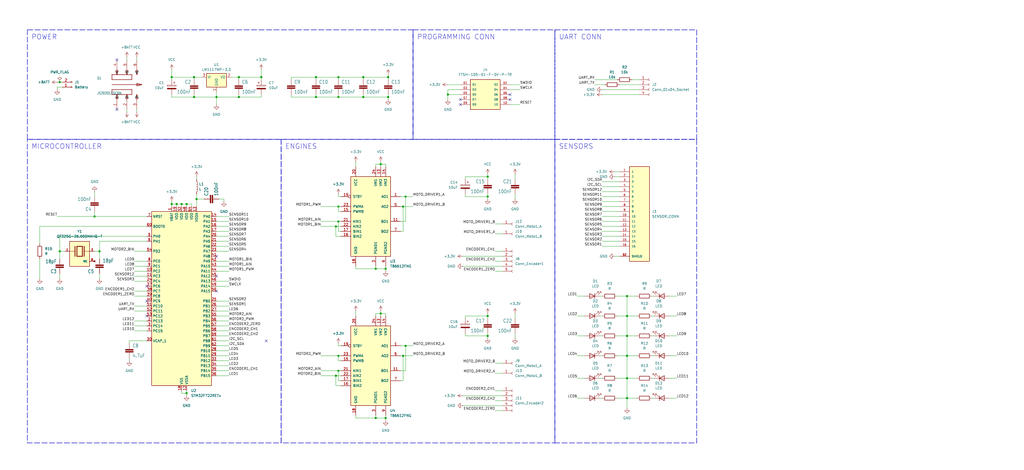
<source format=kicad_sch>
(kicad_sch (version 20231120) (generator "eeschema") (generator_version "8.0")
  (paper "User" 522.656 239.801)
  (junction (at 191.77 213.36))
  (junction (at 99.06 39.37))
  (junction (at 207.01 176.53))
  (junction (at 320.04 171.45))
  (junction (at 90.17 104.14))
  (junction (at 171.45 191.77))
  (junction (at 110.49 49.53))
  (junction (at 194.31 160.02))
  (junction (at 320.04 181.61))
  (junction (at 121.92 49.53))
  (junction (at 196.85 213.36))
  (junction (at 196.85 137.16))
  (junction (at 87.63 104.14))
  (junction (at 161.29 39.37))
  (junction (at 92.71 104.14))
  (junction (at 198.12 39.37))
  (junction (at 171.45 115.57))
  (junction (at 248.92 90.17))
  (junction (at 320.04 151.13))
  (junction (at 172.72 189.23))
  (junction (at 248.92 100.33))
  (junction (at 205.74 181.61))
  (junction (at 172.72 181.61))
  (junction (at 30.48 128.27))
  (junction (at 191.77 137.16))
  (junction (at 248.92 161.29))
  (junction (at 99.06 49.53))
  (junction (at 185.42 49.53))
  (junction (at 228.6 48.26))
  (junction (at 207.01 100.33))
  (junction (at 320.04 203.2))
  (junction (at 185.42 39.37))
  (junction (at 172.72 49.53))
  (junction (at 161.29 49.53))
  (junction (at 100.33 101.6))
  (junction (at 30.48 41.91))
  (junction (at 48.26 110.49))
  (junction (at 50.8 128.27))
  (junction (at 320.04 161.29))
  (junction (at 172.72 105.41))
  (junction (at 205.74 105.41))
  (junction (at 121.92 39.37))
  (junction (at 172.72 39.37))
  (junction (at 133.35 39.37))
  (junction (at 87.63 39.37))
  (junction (at 172.72 113.03))
  (junction (at 198.12 49.53))
  (junction (at 95.25 200.66))
  (junction (at 320.04 193.04))
  (junction (at 194.31 83.82))
  (junction (at 95.25 104.14))
  (junction (at 248.92 171.45))
  (no_connect (at 74.93 153.67))
  (no_connect (at 135.89 173.99))
  (no_connect (at 74.93 146.05))
  (no_connect (at 59.69 55.88))
  (no_connect (at 74.93 161.29))
  (no_connect (at 234.95 53.34))
  (no_connect (at 59.69 30.48))
  (no_connect (at 110.49 140.97))
  (no_connect (at 234.95 50.8))
  (no_connect (at 110.49 130.81))
  (no_connect (at 260.35 48.26))
  (no_connect (at 110.49 148.59))
  (no_connect (at 260.35 50.8))
  (wire (pts (xy 237.49 161.29) (xy 248.92 161.29)))
  (wire (pts (xy 341.63 171.45) (xy 345.44 171.45)))
  (wire (pts (xy 320.04 151.13) (xy 314.96 151.13)))
  (wire (pts (xy 133.35 48.26) (xy 133.35 49.53)))
  (wire (pts (xy 29.21 44.45) (xy 31.75 44.45)))
  (wire (pts (xy 306.07 181.61) (xy 307.34 181.61)))
  (wire (pts (xy 173.99 189.23) (xy 172.72 189.23)))
  (wire (pts (xy 320.04 171.45) (xy 314.96 171.45)))
  (wire (pts (xy 121.92 49.53) (xy 133.35 49.53)))
  (wire (pts (xy 87.63 105.41) (xy 87.63 104.14)))
  (wire (pts (xy 68.58 158.75) (xy 74.93 158.75)))
  (wire (pts (xy 68.58 143.51) (xy 74.93 143.51)))
  (wire (pts (xy 173.99 105.41) (xy 172.72 105.41)))
  (wire (pts (xy 161.29 40.64) (xy 161.29 39.37)))
  (wire (pts (xy 148.59 49.53) (xy 161.29 49.53)))
  (wire (pts (xy 110.49 128.27) (xy 116.84 128.27)))
  (wire (pts (xy 110.49 189.23) (xy 116.84 189.23)))
  (wire (pts (xy 252.73 190.5) (xy 256.54 190.5)))
  (wire (pts (xy 341.63 193.04) (xy 345.44 193.04)))
  (wire (pts (xy 64.77 55.88) (xy 64.77 57.15)))
  (wire (pts (xy 92.71 199.39) (xy 92.71 200.66)))
  (wire (pts (xy 252.73 199.39) (xy 256.54 199.39)))
  (wire (pts (xy 237.49 99.06) (xy 237.49 100.33)))
  (wire (pts (xy 294.64 203.2) (xy 298.45 203.2)))
  (wire (pts (xy 307.34 120.65) (xy 316.23 120.65)))
  (wire (pts (xy 198.12 49.53) (xy 198.12 50.8)))
  (wire (pts (xy 30.48 120.65) (xy 30.48 128.27)))
  (wire (pts (xy 172.72 107.95) (xy 173.99 107.95)))
  (wire (pts (xy 198.12 38.1) (xy 198.12 39.37)))
  (wire (pts (xy 252.73 114.3) (xy 256.54 114.3)))
  (wire (pts (xy 161.29 48.26) (xy 161.29 49.53)))
  (wire (pts (xy 316.23 43.18) (xy 326.39 43.18)))
  (wire (pts (xy 252.73 128.27) (xy 256.54 128.27)))
  (wire (pts (xy 228.6 45.72) (xy 228.6 48.26)))
  (wire (pts (xy 307.34 45.72) (xy 326.39 45.72)))
  (wire (pts (xy 334.01 203.2) (xy 332.74 203.2)))
  (wire (pts (xy 110.49 110.49) (xy 116.84 110.49)))
  (wire (pts (xy 237.49 90.17) (xy 248.92 90.17)))
  (wire (pts (xy 74.93 173.99) (xy 66.04 173.99)))
  (wire (pts (xy 95.25 200.66) (xy 95.25 201.93)))
  (wire (pts (xy 110.49 49.53) (xy 110.49 53.34)))
  (wire (pts (xy 248.92 160.02) (xy 248.92 161.29)))
  (wire (pts (xy 110.49 49.53) (xy 121.92 49.53)))
  (wire (pts (xy 196.85 83.82) (xy 196.85 85.09)))
  (wire (pts (xy 87.63 104.14) (xy 90.17 104.14)))
  (wire (pts (xy 320.04 193.04) (xy 325.12 193.04)))
  (wire (pts (xy 325.12 203.2) (xy 320.04 203.2)))
  (wire (pts (xy 110.49 146.05) (xy 116.84 146.05)))
  (wire (pts (xy 320.04 171.45) (xy 325.12 171.45)))
  (wire (pts (xy 29.21 41.91) (xy 30.48 41.91)))
  (wire (pts (xy 194.31 160.02) (xy 194.31 161.29)))
  (wire (pts (xy 306.07 161.29) (xy 307.34 161.29)))
  (wire (pts (xy 163.83 115.57) (xy 171.45 115.57)))
  (wire (pts (xy 262.89 160.02) (xy 262.89 162.56)))
  (wire (pts (xy 87.63 49.53) (xy 99.06 49.53)))
  (wire (pts (xy 74.93 115.57) (xy 20.32 115.57)))
  (wire (pts (xy 298.45 171.45) (xy 294.64 171.45)))
  (wire (pts (xy 320.04 151.13) (xy 325.12 151.13)))
  (wire (pts (xy 181.61 137.16) (xy 191.77 137.16)))
  (wire (pts (xy 50.8 128.27) (xy 50.8 132.08)))
  (wire (pts (xy 121.92 39.37) (xy 118.11 39.37)))
  (wire (pts (xy 237.49 171.45) (xy 248.92 171.45)))
  (wire (pts (xy 148.59 39.37) (xy 161.29 39.37)))
  (wire (pts (xy 163.83 105.41) (xy 172.72 105.41)))
  (wire (pts (xy 320.04 203.2) (xy 320.04 193.04)))
  (wire (pts (xy 334.01 181.61) (xy 332.74 181.61)))
  (wire (pts (xy 236.22 207.01) (xy 256.54 207.01)))
  (wire (pts (xy 341.63 151.13) (xy 345.44 151.13)))
  (wire (pts (xy 110.49 138.43) (xy 116.84 138.43)))
  (wire (pts (xy 95.25 104.14) (xy 95.25 105.41)))
  (wire (pts (xy 97.79 104.14) (xy 97.79 105.41)))
  (wire (pts (xy 172.72 194.31) (xy 173.99 194.31)))
  (wire (pts (xy 68.58 168.91) (xy 74.93 168.91)))
  (wire (pts (xy 306.07 193.04) (xy 307.34 193.04)))
  (wire (pts (xy 171.45 196.85) (xy 173.99 196.85)))
  (wire (pts (xy 307.34 92.71) (xy 316.23 92.71)))
  (wire (pts (xy 194.31 158.75) (xy 194.31 160.02)))
  (wire (pts (xy 260.35 53.34) (xy 265.43 53.34)))
  (wire (pts (xy 320.04 193.04) (xy 314.96 193.04)))
  (wire (pts (xy 110.49 123.19) (xy 116.84 123.19)))
  (wire (pts (xy 68.58 148.59) (xy 74.93 148.59)))
  (wire (pts (xy 173.99 191.77) (xy 171.45 191.77)))
  (wire (pts (xy 110.49 120.65) (xy 116.84 120.65)))
  (wire (pts (xy 29.21 45.72) (xy 29.21 44.45)))
  (wire (pts (xy 307.34 95.25) (xy 316.23 95.25)))
  (wire (pts (xy 322.58 40.64) (xy 326.39 40.64)))
  (wire (pts (xy 248.92 100.33) (xy 248.92 101.6)))
  (wire (pts (xy 68.58 128.27) (xy 74.93 128.27)))
  (wire (pts (xy 69.85 29.21) (xy 69.85 30.48)))
  (wire (pts (xy 196.85 160.02) (xy 196.85 161.29)))
  (wire (pts (xy 248.92 90.17) (xy 248.92 91.44)))
  (wire (pts (xy 110.49 181.61) (xy 116.84 181.61)))
  (wire (pts (xy 20.32 115.57) (xy 20.32 124.46)))
  (wire (pts (xy 87.63 39.37) (xy 99.06 39.37)))
  (wire (pts (xy 114.3 102.87) (xy 114.3 101.6)))
  (wire (pts (xy 110.49 186.69) (xy 116.84 186.69)))
  (wire (pts (xy 320.04 161.29) (xy 320.04 151.13)))
  (wire (pts (xy 341.63 181.61) (xy 345.44 181.61)))
  (wire (pts (xy 248.92 88.9) (xy 248.92 90.17)))
  (wire (pts (xy 99.06 48.26) (xy 99.06 49.53)))
  (wire (pts (xy 92.71 104.14) (xy 92.71 105.41)))
  (wire (pts (xy 198.12 48.26) (xy 198.12 49.53)))
  (wire (pts (xy 307.34 105.41) (xy 316.23 105.41)))
  (wire (pts (xy 345.44 203.2) (xy 341.63 203.2)))
  (wire (pts (xy 207.01 176.53) (xy 207.01 189.23)))
  (wire (pts (xy 99.06 39.37) (xy 99.06 40.64)))
  (wire (pts (xy 320.04 181.61) (xy 325.12 181.61)))
  (wire (pts (xy 320.04 181.61) (xy 320.04 171.45)))
  (wire (pts (xy 110.49 168.91) (xy 116.84 168.91)))
  (wire (pts (xy 171.45 120.65) (xy 173.99 120.65)))
  (wire (pts (xy 163.83 113.03) (xy 172.72 113.03)))
  (wire (pts (xy 114.3 101.6) (xy 111.76 101.6)))
  (wire (pts (xy 307.34 107.95) (xy 316.23 107.95)))
  (wire (pts (xy 185.42 49.53) (xy 198.12 49.53)))
  (wire (pts (xy 196.85 213.36) (xy 196.85 212.09)))
  (wire (pts (xy 172.72 118.11) (xy 173.99 118.11)))
  (wire (pts (xy 207.01 100.33) (xy 207.01 113.03)))
  (wire (pts (xy 133.35 39.37) (xy 133.35 40.64)))
  (wire (pts (xy 87.63 48.26) (xy 87.63 49.53)))
  (wire (pts (xy 205.74 105.41) (xy 205.74 118.11)))
  (wire (pts (xy 320.04 181.61) (xy 314.96 181.61)))
  (wire (pts (xy 121.92 48.26) (xy 121.92 49.53)))
  (wire (pts (xy 334.01 161.29) (xy 332.74 161.29)))
  (wire (pts (xy 262.89 88.9) (xy 262.89 91.44)))
  (wire (pts (xy 173.99 115.57) (xy 171.45 115.57)))
  (wire (pts (xy 110.49 184.15) (xy 116.84 184.15)))
  (wire (pts (xy 237.49 90.17) (xy 237.49 91.44)))
  (wire (pts (xy 307.34 118.11) (xy 316.23 118.11)))
  (wire (pts (xy 207.01 176.53) (xy 210.82 176.53)))
  (wire (pts (xy 334.01 171.45) (xy 332.74 171.45)))
  (wire (pts (xy 148.59 40.64) (xy 148.59 39.37)))
  (wire (pts (xy 194.31 160.02) (xy 196.85 160.02)))
  (wire (pts (xy 99.06 49.53) (xy 110.49 49.53)))
  (wire (pts (xy 171.45 115.57) (xy 171.45 120.65)))
  (wire (pts (xy 252.73 133.35) (xy 256.54 133.35)))
  (wire (pts (xy 205.74 194.31) (xy 204.47 194.31)))
  (wire (pts (xy 110.49 133.35) (xy 116.84 133.35)))
  (wire (pts (xy 260.35 45.72) (xy 265.43 45.72)))
  (wire (pts (xy 30.48 120.65) (xy 74.93 120.65)))
  (wire (pts (xy 87.63 35.56) (xy 87.63 39.37)))
  (wire (pts (xy 320.04 193.04) (xy 320.04 181.61)))
  (wire (pts (xy 30.48 128.27) (xy 33.02 128.27)))
  (wire (pts (xy 191.77 85.09) (xy 191.77 83.82)))
  (wire (pts (xy 307.34 100.33) (xy 316.23 100.33)))
  (wire (pts (xy 172.72 105.41) (xy 172.72 107.95)))
  (wire (pts (xy 248.92 161.29) (xy 248.92 162.56)))
  (wire (pts (xy 48.26 128.27) (xy 50.8 128.27)))
  (wire (pts (xy 68.58 138.43) (xy 74.93 138.43)))
  (wire (pts (xy 163.83 191.77) (xy 171.45 191.77)))
  (wire (pts (xy 205.74 181.61) (xy 210.82 181.61)))
  (wire (pts (xy 100.33 90.17) (xy 100.33 91.44)))
  (wire (pts (xy 334.01 193.04) (xy 332.74 193.04)))
  (wire (pts (xy 172.72 176.53) (xy 173.99 176.53)))
  (wire (pts (xy 69.85 55.88) (xy 69.85 57.15)))
  (wire (pts (xy 196.85 137.16) (xy 196.85 135.89)))
  (wire (pts (xy 303.53 43.18) (xy 308.61 43.18)))
  (wire (pts (xy 205.74 105.41) (xy 210.82 105.41)))
  (wire (pts (xy 196.85 214.63) (xy 196.85 213.36)))
  (wire (pts (xy 236.22 135.89) (xy 256.54 135.89)))
  (wire (pts (xy 172.72 48.26) (xy 172.72 49.53)))
  (wire (pts (xy 66.04 173.99) (xy 66.04 175.26)))
  (wire (pts (xy 320.04 171.45) (xy 320.04 161.29)))
  (wire (pts (xy 50.8 139.7) (xy 50.8 142.24)))
  (wire (pts (xy 68.58 156.21) (xy 74.93 156.21)))
  (wire (pts (xy 30.48 128.27) (xy 30.48 132.08)))
  (wire (pts (xy 237.49 170.18) (xy 237.49 171.45)))
  (wire (pts (xy 110.49 125.73) (xy 116.84 125.73)))
  (wire (pts (xy 204.47 100.33) (xy 207.01 100.33)))
  (wire (pts (xy 252.73 138.43) (xy 256.54 138.43)))
  (wire (pts (xy 234.95 45.72) (xy 228.6 45.72)))
  (wire (pts (xy 68.58 133.35) (xy 74.93 133.35)))
  (wire (pts (xy 90.17 104.14) (xy 92.71 104.14)))
  (wire (pts (xy 228.6 43.18) (xy 234.95 43.18)))
  (wire (pts (xy 161.29 39.37) (xy 172.72 39.37)))
  (wire (pts (xy 30.48 41.91) (xy 31.75 41.91)))
  (wire (pts (xy 181.61 212.09) (xy 181.61 213.36)))
  (wire (pts (xy 320.04 161.29) (xy 325.12 161.29)))
  (wire (pts (xy 74.93 123.19) (xy 50.8 123.19)))
  (wire (pts (xy 110.49 166.37) (xy 116.84 166.37)))
  (wire (pts (xy 110.49 161.29) (xy 116.84 161.29)))
  (wire (pts (xy 92.71 200.66) (xy 95.25 200.66)))
  (wire (pts (xy 110.49 135.89) (xy 116.84 135.89)))
  (wire (pts (xy 316.23 130.81) (xy 313.69 130.81)))
  (wire (pts (xy 172.72 40.64) (xy 172.72 39.37)))
  (wire (pts (xy 163.83 189.23) (xy 172.72 189.23)))
  (wire (pts (xy 87.63 102.87) (xy 87.63 104.14)))
  (wire (pts (xy 262.89 99.06) (xy 262.89 101.6)))
  (wire (pts (xy 100.33 99.06) (xy 100.33 101.6)))
  (wire (pts (xy 248.92 170.18) (xy 248.92 171.45)))
  (wire (pts (xy 171.45 191.77) (xy 171.45 196.85)))
  (wire (pts (xy 172.72 49.53) (xy 185.42 49.53)))
  (wire (pts (xy 194.31 82.55) (xy 194.31 83.82)))
  (wire (pts (xy 95.25 200.66) (xy 95.25 199.39)))
  (wire (pts (xy 121.92 39.37) (xy 133.35 39.37)))
  (wire (pts (xy 87.63 39.37) (xy 87.63 40.64)))
  (wire (pts (xy 298.45 181.61) (xy 294.64 181.61)))
  (wire (pts (xy 191.77 160.02) (xy 194.31 160.02)))
  (wire (pts (xy 90.17 104.14) (xy 90.17 105.41)))
  (wire (pts (xy 100.33 101.6) (xy 104.14 101.6)))
  (wire (pts (xy 191.77 137.16) (xy 191.77 135.89)))
  (wire (pts (xy 181.61 213.36) (xy 191.77 213.36)))
  (wire (pts (xy 64.77 29.21) (xy 64.77 30.48)))
  (wire (pts (xy 237.49 161.29) (xy 237.49 162.56)))
  (wire (pts (xy 110.49 176.53) (xy 116.84 176.53)))
  (wire (pts (xy 204.47 176.53) (xy 207.01 176.53)))
  (wire (pts (xy 100.33 101.6) (xy 100.33 105.41)))
  (wire (pts (xy 172.72 113.03) (xy 172.72 118.11)))
  (wire (pts (xy 68.58 166.37) (xy 74.93 166.37)))
  (wire (pts (xy 172.72 184.15) (xy 173.99 184.15)))
  (wire (pts (xy 68.58 135.89) (xy 74.93 135.89)))
  (wire (pts (xy 307.34 125.73) (xy 316.23 125.73)))
  (wire (pts (xy 99.06 39.37) (xy 102.87 39.37)))
  (wire (pts (xy 172.72 39.37) (xy 185.42 39.37)))
  (wire (pts (xy 307.34 115.57) (xy 316.23 115.57)))
  (wire (pts (xy 320.04 203.2) (xy 320.04 208.28)))
  (wire (pts (xy 92.71 104.14) (xy 95.25 104.14)))
  (wire (pts (xy 110.49 179.07) (xy 116.84 179.07)))
  (wire (pts (xy 68.58 151.13) (xy 74.93 151.13)))
  (wire (pts (xy 313.69 87.63) (xy 316.23 87.63)))
  (wire (pts (xy 110.49 46.99) (xy 110.49 49.53)))
  (wire (pts (xy 50.8 123.19) (xy 50.8 128.27)))
  (wire (pts (xy 172.72 189.23) (xy 172.72 194.31)))
  (wire (pts (xy 237.49 100.33) (xy 248.92 100.33)))
  (wire (pts (xy 205.74 181.61) (xy 205.74 194.31)))
  (wire (pts (xy 48.26 110.49) (xy 48.26 107.95)))
  (wire (pts (xy 298.45 161.29) (xy 294.64 161.29)))
  (wire (pts (xy 148.59 48.26) (xy 148.59 49.53)))
  (wire (pts (xy 185.42 48.26) (xy 185.42 49.53)))
  (wire (pts (xy 191.77 213.36) (xy 196.85 213.36)))
  (wire (pts (xy 194.31 83.82) (xy 194.31 85.09)))
  (wire (pts (xy 307.34 113.03) (xy 316.23 113.03)))
  (wire (pts (xy 68.58 140.97) (xy 74.93 140.97)))
  (wire (pts (xy 185.42 39.37) (xy 185.42 40.64)))
  (wire (pts (xy 181.61 82.55) (xy 181.61 85.09)))
  (wire (pts (xy 307.34 48.26) (xy 326.39 48.26)))
  (wire (pts (xy 74.93 110.49) (xy 48.26 110.49)))
  (wire (pts (xy 172.72 100.33) (xy 173.99 100.33)))
  (wire (pts (xy 236.22 201.93) (xy 256.54 201.93)))
  (wire (pts (xy 68.58 163.83) (xy 74.93 163.83)))
  (wire (pts (xy 307.34 110.49) (xy 316.23 110.49)))
  (wire (pts (xy 172.72 175.26) (xy 172.72 176.53)))
  (wire (pts (xy 173.99 181.61) (xy 172.72 181.61)))
  (wire (pts (xy 185.42 39.37) (xy 198.12 39.37)))
  (wire (pts (xy 191.77 161.29) (xy 191.77 160.02)))
  (wire (pts (xy 110.49 113.03) (xy 116.84 113.03)))
  (wire (pts (xy 110.49 158.75) (xy 116.84 158.75)))
  (wire (pts (xy 236.22 130.81) (xy 256.54 130.81)))
  (wire (pts (xy 204.47 105.41) (xy 205.74 105.41)))
  (wire (pts (xy 191.77 213.36) (xy 191.77 212.09)))
  (wire (pts (xy 228.6 48.26) (xy 234.95 48.26)))
  (wire (pts (xy 191.77 83.82) (xy 194.31 83.82)))
  (wire (pts (xy 298.45 151.13) (xy 294.64 151.13)))
  (wire (pts (xy 110.49 115.57) (xy 116.84 115.57)))
  (wire (pts (xy 262.89 170.18) (xy 262.89 172.72)))
  (wire (pts (xy 207.01 113.03) (xy 204.47 113.03)))
  (wire (pts (xy 248.92 99.06) (xy 248.92 100.33)))
  (wire (pts (xy 248.92 171.45) (xy 248.92 172.72)))
  (wire (pts (xy 313.69 90.17) (xy 316.23 90.17)))
  (wire (pts (xy 252.73 119.38) (xy 256.54 119.38)))
  (wire (pts (xy 66.04 182.88) (xy 66.04 184.15)))
  (wire (pts (xy 181.61 158.75) (xy 181.61 161.29)))
  (wire (pts (xy 316.23 102.87) (xy 307.34 102.87)))
  (wire (pts (xy 307.34 123.19) (xy 316.23 123.19)))
  (wire (pts (xy 20.32 132.08) (xy 20.32 142.24)))
  (wire (pts (xy 207.01 189.23) (xy 204.47 189.23)))
  (wire (pts (xy 173.99 113.03) (xy 172.72 113.03)))
  (wire (pts (xy 110.49 171.45) (xy 116.84 171.45)))
  (wire (pts (xy 341.63 161.29) (xy 345.44 161.29)))
  (wire (pts (xy 307.34 97.79) (xy 316.23 97.79)))
  (wire (pts (xy 306.07 171.45) (xy 307.34 171.45)))
  (wire (pts (xy 252.73 185.42) (xy 256.54 185.42)))
  (wire (pts (xy 30.48 139.7) (xy 30.48 142.24)))
  (wire (pts (xy 172.72 99.06) (xy 172.72 100.33)))
  (wire (pts (xy 110.49 156.21) (xy 116.84 156.21)))
  (wire (pts (xy 205.74 118.11) (xy 204.47 118.11)))
  (wire (pts (xy 181.61 135.89) (xy 181.61 137.16)))
  (wire (pts (xy 320.04 161.29) (xy 314.96 161.29)))
  (wire (pts (xy 161.29 49.53) (xy 172.72 49.53)))
  (wire (pts (xy 48.26 97.79) (xy 48.26 100.33)))
  (wire (pts (xy 314.96 203.2) (xy 320.04 203.2)))
  (wire (pts (xy 198.12 39.37) (xy 198.12 40.64)))
  (wire (pts (xy 252.73 204.47) (xy 256.54 204.47)))
  (wire (pts (xy 306.07 203.2) (xy 307.34 203.2)))
  (wire (pts (xy 95.25 104.14) (xy 97.79 104.14)))
  (wire (pts (xy 110.49 163.83) (xy 116.84 163.83)))
  (wire (pts (xy 303.53 40.64) (xy 314.96 40.64)))
  (wire (pts (xy 260.35 43.18) (xy 265.43 43.18)))
  (wire (pts (xy 204.47 181.61) (xy 205.74 181.61)))
  (wire (pts (xy 196.85 137.16) (xy 196.85 138.43)))
  (wire (pts (xy 172.72 181.61) (xy 172.72 184.15)))
  (wire (pts (xy 194.31 83.82) (xy 196.85 83.82)))
  (wire (pts (xy 334.01 151.13) (xy 332.74 151.13)))
  (wire (pts (xy 121.92 39.37) (xy 121.92 40.64)))
  (wire (pts (xy 228.6 48.26) (xy 228.6 50.8)))
  (wire (pts (xy 133.35 35.56) (xy 133.35 39.37)))
  (wire (pts (xy 306.07 151.13) (xy 307.34 151.13)))
  (wire (pts (xy 163.83 181.61) (xy 172.72 181.61)))
  (wire (pts (xy 110.49 173.99) (xy 116.84 173.99)))
  (wire (pts (xy 110.49 143.51) (xy 116.84 143.51)))
  (wire (pts (xy 252.73 209.55) (xy 256.54 209.55)))
  (wire (pts (xy 110.49 191.77) (xy 116.84 191.77)))
  (wire (pts (xy 298.45 193.04) (xy 294.64 193.04)))
  (wire (pts (xy 29.21 110.49) (xy 48.26 110.49)))
  (wire (pts (xy 207.01 100.33) (xy 210.82 100.33)))
  (wire (pts (xy 110.49 118.11) (xy 116.84 118.11)))
  (wire (pts (xy 191.77 137.16) (xy 196.85 137.16)))
  (wire (pts (xy 110.49 153.67) (xy 116.84 153.67)))
  (text_box "UART CONN" (at 283.21 15.24 0) (size 72.39 55.88) (stroke (width 0.254) (type dash)) (effects (font (size 2.54 2.54)) (justify left top)))
  (text_box "ENGINES" (at 143.51 71.12 0) (size 139.7 154.94) (stroke (width 0.254) (type dash)) (effects (font (size 2.54 2.54)) (justify left top)))
  (text_box "PROGRAMMING CONN" (at 210.82 15.24 0) (size 72.39 55.88) (stroke (width 0.254) (type dash)) (effects (font (size 2.54 2.54)) (justify left top)))
  (text_box "POWER" (at 13.97 15.24 0) (size 196.85 55.88) (stroke (width 0.254) (type dash)) (effects (font (size 2.54 2.54)) (justify left top)))
  (text_box "SENSORS" (at 283.21 71.12 0) (size 72.39 154.94) (stroke (width 0.254) (type dash)) (effects (font (size 2.54 2.54)) (justify left top)))
  (text_box "MICROCONTROLLER" (at 13.97 71.12 0) (size 129.54 154.94) (stroke (width 0.254) (type dash)) (effects (font (size 2.54 2.54)) (justify left top)))
  (label "SENSOR6" (at 307.34 113.03 180))
  (label "MOTO_DRIVER2_A" (at 252.73 190.5 180))
  (label "ENCODER2_CH2" (at 252.73 204.47 180))
  (label "SENSOR1" (at 307.34 125.73 180))
  (label "MOTOR1_PWM" (at 116.84 138.43 0))
  (label "LED5" (at 116.84 179.07 0))
  (label "LED4" (at 294.64 181.61 180))
  (label "ENCODER2_CH1" (at 116.84 168.91 0))
  (label "I2C_SDA" (at 116.84 176.53 0))
  (label "SENSOR8" (at 116.84 118.11 0))
  (label "ENCODER1_CH2" (at 252.73 133.35 180))
  (label "SENSOR8" (at 307.34 107.95 180))
  (label "MOTO_DRIVER2_B" (at 210.82 181.61 0))
  (label "UART_TX" (at 68.58 156.21 180))
  (label "SENSOR2" (at 116.84 153.67 0))
  (label "ENCODER1_CH2" (at 68.58 148.59 180))
  (label "MOTO_DRIVER2_B" (at 252.73 185.42 180))
  (label "LED2" (at 116.84 186.69 0))
  (label "ENCODER2_CH2" (at 116.84 171.45 0))
  (label "MOTOR1_BIN" (at 116.84 133.35 0))
  (label "SENSOR3" (at 68.58 143.51 180))
  (label "MOTOR1_AIN" (at 116.84 135.89 0))
  (label "MOTOR2_AIN" (at 116.84 161.29 0))
  (label "LED8" (at 68.58 135.89 180))
  (label "ENCODER2_ZERO" (at 252.73 209.55 180))
  (label "MOTOR1_BIN" (at 163.83 115.57 180))
  (label "SENSOR11" (at 116.84 110.49 0))
  (label "SENSOR9" (at 307.34 105.41 180))
  (label "SENSOR9" (at 116.84 115.57 0))
  (label "SENSOR3" (at 307.34 120.65 180))
  (label "SWDIO" (at 116.84 143.51 0))
  (label "LED6" (at 116.84 158.75 0))
  (label "ENCODER2_CH1" (at 252.73 199.39 180))
  (label "ENCODER1_CH1" (at 252.73 128.27 180))
  (label "SENSOR6" (at 116.84 123.19 0))
  (label "MOTO_DRIVER1_B" (at 252.73 114.3 180))
  (label "LED7" (at 68.58 138.43 180))
  (label "LED1" (at 294.64 151.13 180))
  (label "ENCODER1_ZERO" (at 252.73 138.43 180))
  (label "MOTO_DRIVER1_A" (at 252.73 119.38 180))
  (label "SENSOR11" (at 307.34 100.33 180))
  (label "I2C_SCL" (at 116.84 173.99 0))
  (label "MOTOR2_PWM" (at 116.84 163.83 0))
  (label "LED2" (at 294.64 161.29 180))
  (label "LED4" (at 116.84 181.61 0))
  (label "SENSOR12" (at 68.58 140.97 180))
  (label "ENCODER1_ZERO" (at 68.58 151.13 180))
  (label "MOTOR2_PWM" (at 163.83 181.61 180))
  (label "SWCLK" (at 116.84 146.05 0))
  (label "MOTOR2_BIN" (at 68.58 128.27 180))
  (label "SWDIO" (at 265.43 43.18 0))
  (label "LED11" (at 68.58 166.37 180))
  (label "MOTOR1_AIN" (at 163.83 113.03 180))
  (label "LED8" (at 345.44 161.29 0))
  (label "LED3" (at 116.84 184.15 0))
  (label "SENSOR10" (at 116.84 113.03 0))
  (label "MOTO_DRIVER1_B" (at 210.82 105.41 0))
  (label "SENSOR7" (at 307.34 110.49 180))
  (label "SENSOR4" (at 307.34 118.11 180))
  (label "SWCLK" (at 265.43 45.72 0))
  (label "SENSOR2" (at 307.34 123.19 180))
  (label "UART_RX" (at 303.53 40.64 180))
  (label "SENSOR7" (at 116.84 120.65 0))
  (label "MOTOR2_AIN" (at 163.83 189.23 180))
  (label "SENSOR12" (at 307.34 97.79 180))
  (label "I2C_SDA" (at 307.34 92.71 180))
  (label "LED3" (at 294.64 171.45 180))
  (label "ENCODER2_ZERO" (at 116.84 166.37 0))
  (label "MOTOR2_BIN" (at 163.83 191.77 180))
  (label "LED7" (at 345.44 151.13 0))
  (label "UART_TX" (at 303.53 43.18 180))
  (label "LED6" (at 294.64 203.2 180))
  (label "MOTO_DRIVER1_A" (at 210.82 100.33 0))
  (label "RESET" (at 265.43 53.34 0))
  (label "LED12" (at 345.44 203.2 0))
  (label "SENSOR1" (at 116.84 156.21 0))
  (label "LED1" (at 116.84 191.77 0))
  (label "LED12" (at 68.58 163.83 180))
  (label "LED9" (at 345.44 171.45 0))
  (label "UART_RX" (at 68.58 158.75 180))
  (label "SENSOR10" (at 307.34 102.87 180))
  (label "MOTOR1_PWM" (at 163.83 105.41 180))
  (label "I2C_SCL" (at 307.34 95.25 180))
  (label "LED10" (at 68.58 168.91 180))
  (label "SENSOR5" (at 307.34 115.57 180))
  (label "MOTO_DRIVER2_A" (at 210.82 176.53 0))
  (label "ENCODER1_CH1" (at 116.84 189.23 0))
  (label "LED10" (at 345.44 181.61 0))
  (label "LED5" (at 294.64 193.04 180))
  (label "LED9" (at 68.58 133.35 180))
  (label "RESET" (at 29.21 110.49 180))
  (label "SENSOR5" (at 116.84 125.73 0))
  (label "SENSOR4" (at 116.84 128.27 0))
  (label "LED11" (at 345.44 193.04 0))
  (symbol (lib_id "power:+BATT") (at 64.77 57.15 180) (unit 1)
    (property "Reference" "#PWR010" (effects (hide yes)))
    (property "Value" "+BATT" (at 64.77 62.23 0))
    (property "Description" "Power symbol creates a global label with name \"+BATT\"" (effects (hide yes)))
  )
  (symbol (lib_id "power:+3.3V") (at 198.12 38.1 0) (unit 1)
    (property "Reference" "#PWR026" (effects (hide yes)))
    (property "Value" "+3.3V" (at 198.12 33.02 0))
    (property "Description" "Power symbol creates a global label with name \"+3.3V\"" (effects (hide yes)))
  )
  (symbol (lib_id "power:GND") (at 95.25 201.93 0) (mirror y) (unit 1)
    (property "Reference" "#PWR024" (effects (hide yes)))
    (property "Value" "GND" (at 95.25 207.01 0))
    (property "Description" "Power symbol creates a global label with name \"GND\" , ground" (effects (hide yes)))
  )
  (symbol (lib_id "power:+3.3V") (at 181.61 82.55 0) (unit 1)
    (property "Reference" "#PWR031" (effects (hide yes)))
    (property "Value" "+3.3V" (at 181.61 77.47 0))
    (property "Description" "Power symbol creates a global label with name \"+3.3V\"" (effects (hide yes)))
  )
  (symbol (lib_id "power:+3.3V") (at 172.72 99.06 0) (unit 1)
    (property "Reference" "#PWR030" (effects (hide yes)))
    (property "Value" "+3.3V" (at 172.72 93.98 0))
    (property "Description" "Power symbol creates a global label with name \"+3.3V\"" (effects (hide yes)))
  )
  (symbol (lib_id "Device:R") (at 328.93 181.61 270) (mirror x) (unit 1)
    (property "Reference" "R12" (at 328.93 175.26 90))
    (property "Value" "R" (at 328.93 177.8 90))
    (property "Footprint" "Resistor_SMD:R_0603_1608Metric_Pad0.98x0.95mm_HandSolder" (effects (hide yes)))
    (property "Description" "Resistor" (effects (hide yes)))
  )
  (symbol (lib_id "power:GND") (at 114.3 102.87 0) (mirror y) (unit 1)
    (property "Reference" "#PWR038" (effects (hide yes)))
    (property "Value" "GND" (at 114.3 107.95 0))
    (property "Description" "Power symbol creates a global label with name \"GND\" , ground" (effects (hide yes)))
  )
  (symbol (lib_id "power:GND") (at 196.85 138.43 0) (mirror y) (unit 1)
    (property "Reference" "#PWR033" (effects (hide yes)))
    (property "Value" "GND" (at 196.85 143.51 0))
    (property "Description" "Power symbol creates a global label with name \"GND\" , ground" (effects (hide yes)))
  )
  (symbol (lib_id "Device:C_Polarized") (at 133.35 44.45 0) (unit 1)
    (property "Reference" "C7" (at 137.16 42.2909 0) (effects (justify left)))
    (property "Value" "10uF" (at 137.16 44.8309 0) (effects (justify left)))
    (property "Footprint" "Capacitor_Tantalum_SMD:CAP_293D-B_VSS" (effects (hide yes)))
    (property "Description" "Polarized capacitor" (effects (hide yes)))
  )
  (symbol (lib_id "power:GND") (at 20.32 142.24 0) (unit 1)
    (property "Reference" "#PWR016" (effects (hide yes)))
    (property "Value" "GND" (at 20.32 147.32 0))
    (property "Description" "Power symbol creates a global label with name \"GND\" , ground" (effects (hide yes)))
  )
  (symbol (lib_id "power:VCC") (at 69.85 57.15 180) (unit 1)
    (property "Reference" "#PWR012" (effects (hide yes)))
    (property "Value" "VCC" (at 69.85 62.23 0))
    (property "Description" "Power symbol creates a global label with name \"VCC\"" (effects (hide yes)))
  )
  (symbol (lib_id "Device:R") (at 328.93 161.29 270) (mirror x) (unit 1)
    (property "Reference" "R10" (at 328.93 154.94 90))
    (property "Value" "R" (at 328.93 157.48 90))
    (property "Footprint" "Resistor_SMD:R_0603_1608Metric_Pad0.98x0.95mm_HandSolder" (effects (hide yes)))
    (property "Description" "Resistor" (effects (hide yes)))
  )
  (symbol (lib_id "power:GND") (at 313.69 90.17 270) (mirror x) (unit 1)
    (property "Reference" "#PWR06" (effects (hide yes)))
    (property "Value" "GND" (at 310.134 90.17 90) (effects (justify right)))
    (property "Description" "Power symbol creates a global label with name \"GND\" , ground" (effects (hide yes)))
  )
  (symbol (lib_id "schemat-eagle-import:rcl_C-EUC0805") (at 66.04 177.8 0) (unit 1)
    (property "Reference" "C8" (at 67.564 177.419 0) (effects (font (size 1.778 1.5113)) (justify left bottom)))
    (property "Value" "4.7uF" (at 67.564 182.499 0) (effects (font (size 1.778 1.5113)) (justify left bottom)))
    (property "Footprint" "Capacitor_SMD:C_0603_1608Metric_Pad1.08x0.95mm_HandSolder" (effects (hide yes)))
  )
  (symbol (lib_id "Device:R") (at 311.15 171.45 90) (unit 1)
    (property "Reference" "R5" (at 311.15 165.1 90))
    (property "Value" "R" (at 311.15 167.64 90))
    (property "Footprint" "Resistor_SMD:R_0603_1608Metric_Pad0.98x0.95mm_HandSolder" (effects (hide yes)))
    (property "Description" "Resistor" (effects (hide yes)))
  )
  (symbol (lib_id "Device:R") (at 328.93 171.45 270) (mirror x) (unit 1)
    (property "Reference" "R11" (at 328.93 165.1 90))
    (property "Value" "R" (at 328.93 167.64 90))
    (property "Footprint" "Resistor_SMD:R_0603_1608Metric_Pad0.98x0.95mm_HandSolder" (effects (hide yes)))
    (property "Description" "Resistor" (effects (hide yes)))
  )
  (symbol (lib_id "Device:C_Polarized") (at 237.49 166.37 0) (mirror y) (unit 1)
    (property "Reference" "C16" (at 233.68 164.2109 0) (effects (justify left)))
    (property "Value" "10uF" (at 233.68 166.7509 0) (effects (justify left)))
    (property "Footprint" "Capacitor_Tantalum_SMD:CAP_293D-B_VSS" (effects (hide yes)))
    (property "Description" "Polarized capacitor" (effects (hide yes)))
  )
  (symbol (lib_id "MCU_ST_STM32F7:STM32F722RETx") (at 92.71 153.67 0) (unit 1)
    (property "Reference" "U2" (at 97.4441 199.39 0) (effects (justify left)))
    (property "Value" "STM32F722RETx" (at 97.4441 201.93 0) (effects (justify left)))
    (property "Footprint" "Package_QFP:LQFP-64_10x10mm_P0.5mm" (effects (hide yes)))
    (property "Datasheet" "https://www.st.com/resource/en/datasheet/stm32f722re.pdf" (effects (hide yes)))
    (property "Description" "STMicroelectronics Arm Cortex-M7 MCU, 512KB flash, 256KB RAM, 216 MHz, 1.7-3.6V, 50 GPIO, LQFP64" (effects (hide yes)))
  )
  (symbol (lib_id "Connector:Conn_01x05_Socket") (at 261.62 133.35 0) (unit 1)
    (property "Reference" "J6" (at 262.89 132.0799 0) (effects (justify left)))
    (property "Value" "Conn_Encoder1" (at 262.89 134.6199 0) (effects (justify left)))
    (property "Footprint" "Connector_PinHeader_2.54mm:PinHeader_2x03_P2.54mm_Vertical_SMD" (effects (hide yes)))
    (property "Description" "Generic connector, single row, 01x05, script generated" (effects (hide yes)))
  )
  (symbol (lib_id "power:GND") (at 262.89 101.6 0) (mirror y) (unit 1)
    (property "Reference" "#PWR0101" (effects (hide yes)))
    (property "Value" "GND" (at 262.89 106.68 0))
    (property "Description" "Power symbol creates a global label with name \"GND\" , ground" (effects (hide yes)))
  )
  (symbol (lib_id "Device:R") (at 318.77 40.64 90) (unit 1)
    (property "Reference" "R2" (at 318.77 34.29 90))
    (property "Value" "10k" (at 318.77 36.83 90))
    (property "Footprint" "Resistor_SMD:R_0603_1608Metric_Pad0.98x0.95mm_HandSolder" (effects (hide yes)))
    (property "Description" "Resistor" (effects (hide yes)))
  )
  (symbol (lib_id "power:+3.3V") (at 262.89 88.9 0) (unit 1)
    (property "Reference" "#PWR039" (effects (hide yes)))
    (property "Value" "+3.3V" (at 262.89 83.82 0))
    (property "Description" "Power symbol creates a global label with name \"+3.3V\"" (effects (hide yes)))
  )
  (symbol (lib_id "Device:LED") (at 302.26 181.61 180) (unit 1)
    (property "Reference" "D4" (at 303.8475 173.99 0))
    (property "Value" "LED" (at 303.8475 176.53 0))
    (property "Footprint" "LED_SMD:LED_0603_1608Metric_Pad1.05x0.95mm_HandSolder" (effects (hide yes)))
    (property "Description" "Light emitting diode" (effects (hide yes)))
  )
  (symbol (lib_id "power:+3.3V") (at 307.34 48.26 90) (unit 1)
    (property "Reference" "#PWR04" (effects (hide yes)))
    (property "Value" "+3.3V" (at 303.53 48.2599 90) (effects (justify left)))
    (property "Description" "Power symbol creates a global label with name \"+3.3V\"" (effects (hide yes)))
  )
  (symbol (lib_id "schemat-eagle-import:JS202011SCQN_JS202011SCQN") (at 64.77 43.18 0) (unit 1)
    (property "Reference" "S1" (at 49.5078 40.6363 0) (effects (font (size 1.2718 1.081)) (justify left bottom)))
    (property "Value" "JS202011SCQN" (at 49.5188 48.2637 0) (effects (font (size 1.2709 1.0802)) (justify left bottom)))
    (property "Footprint" "schemat:SW_JS202011SCQN" (effects (hide yes)))
  )
  (symbol (lib_id "Device:LED") (at 337.82 161.29 0) (mirror x) (unit 1)
    (property "Reference" "D8" (at 336.2325 153.67 0))
    (property "Value" "LED" (at 336.2325 156.21 0))
    (property "Footprint" "LED_SMD:LED_0603_1608Metric_Pad1.05x0.95mm_HandSolder" (effects (hide yes)))
    (property "Description" "Light emitting diode" (effects (hide yes)))
  )
  (symbol (lib_id "Device:LED") (at 302.26 203.2 180) (unit 1)
    (property "Reference" "D6" (at 303.8475 195.58 0))
    (property "Value" "LED" (at 303.8475 198.12 0))
    (property "Footprint" "LED_SMD:LED_0603_1608Metric_Pad1.05x0.95mm_HandSolder" (effects (hide yes)))
    (property "Description" "Light emitting diode" (effects (hide yes)))
  )
  (symbol (lib_id "Device:LED") (at 302.26 171.45 180) (unit 1)
    (property "Reference" "D3" (at 303.8475 163.83 0))
    (property "Value" "LED" (at 303.8475 166.37 0))
    (property "Footprint" "LED_SMD:LED_0603_1608Metric_Pad1.05x0.95mm_HandSolder" (effects (hide yes)))
    (property "Description" "Light emitting diode" (effects (hide yes)))
  )
  (symbol (lib_id "Device:C_Polarized") (at 87.63 44.45 0) (mirror y) (unit 1)
    (property "Reference" "C1" (at 83.82 42.2909 0) (effects (justify left)))
    (property "Value" "10uF" (at 83.82 44.8309 0) (effects (justify left)))
    (property "Footprint" "Capacitor_Tantalum_SMD:CAP_293D-B_VSS" (effects (hide yes)))
    (property "Description" "Polarized capacitor" (effects (hide yes)))
  )
  (symbol (lib_id "Connector:Conn_01x01_Socket") (at 261.62 119.38 0) (unit 1)
    (property "Reference" "J10" (at 262.89 118.1099 0) (effects (justify left)))
    (property "Value" "Conn_Moto1_B" (at 262.89 120.6499 0) (effects (justify left)))
    (property "Footprint" "Connector_PinHeader_2.54mm:PinHeader_1x01_P2.54mm_Vertical" (effects (hide yes)))
    (property "Description" "Generic connector, single row, 01x01, script generated" (effects (hide yes)))
  )
  (symbol (lib_id "power:+BATT") (at 64.77 29.21 0) (unit 1)
    (property "Reference" "#PWR09" (effects (hide yes)))
    (property "Value" "+BATT" (at 64.77 24.13 0))
    (property "Description" "Power symbol creates a global label with name \"+BATT\"" (effects (hide yes)))
  )
  (symbol (lib_id "Device:R") (at 311.15 203.2 90) (unit 1)
    (property "Reference" "R8" (at 311.15 196.85 90))
    (property "Value" "R" (at 311.15 199.39 90))
    (property "Footprint" "Resistor_SMD:R_0603_1608Metric_Pad0.98x0.95mm_HandSolder" (effects (hide yes)))
    (property "Description" "Resistor" (effects (hide yes)))
  )
  (symbol (lib_id "power:GND") (at 196.85 214.63 0) (mirror y) (unit 1)
    (property "Reference" "#PWR041" (effects (hide yes)))
    (property "Value" "GND" (at 196.85 219.71 0))
    (property "Description" "Power symbol creates a global label with name \"GND\" , ground" (effects (hide yes)))
  )
  (symbol (lib_id "power:GND") (at 66.04 184.15 0) (unit 1)
    (property "Reference" "#PWR022" (effects (hide yes)))
    (property "Value" "GND" (at 66.04 189.23 0))
    (property "Description" "Power symbol creates a global label with name \"GND\" , ground" (effects (hide yes)))
  )
  (symbol (lib_id "power:GND") (at 236.22 135.89 270) (mirror x) (unit 1)
    (property "Reference" "#PWR035" (effects (hide yes)))
    (property "Value" "GND" (at 232.41 135.8899 90) (effects (justify right)))
    (property "Description" "Power symbol creates a global label with name \"GND\" , ground" (effects (hide yes)))
  )
  (symbol (lib_id "power:VCC") (at 248.92 88.9 0) (unit 1)
    (property "Reference" "#PWR028" (effects (hide yes)))
    (property "Value" "VCC" (at 248.92 83.82 0))
    (property "Description" "Power symbol creates a global label with name \"VCC\"" (effects (hide yes)))
  )
  (symbol (lib_id "FTSH-105-01-F-DV-P-TR:FTSH-105-01-F-DV-P-TR") (at 247.65 48.26 0) (unit 1)
    (property "Reference" "J4" (at 247.65 35.56 0))
    (property "Value" "FTSH-105-01-F-DV-P-TR" (at 247.65 38.1 0))
    (property "Footprint" "Connector:SAMTEC_FTSH-105-01-F-DV-P-TR" (effects (hide yes)))
    (property "MF" "Samtec Inc." (effects (hide yes)))
    (property "Description_1" "\nConnector Header Surface Mount 10 position 0.050 (1.27mm)\n" (effects (hide yes)))
    (property "Package" "None" (effects (hide yes)))
    (property "Price" "None" (effects (hide yes)))
    (property "Check_prices" "https://www.snapeda.com/parts/FTSH-105-01-F-DV-K-TR/Samtec/view-part/?ref=eda" (effects (hide yes)))
    (property "STANDARD" "Manufacturer Recommendations" (effects (hide yes)))
    (property "PARTREV" "R" (effects (hide yes)))
    (property "SnapEDA_Link" "https://www.snapeda.com/parts/FTSH-105-01-F-DV-K-TR/Samtec/view-part/?ref=snap" (effects (hide yes)))
    (property "MP" "FTSH-105-01-F-DV-K-TR" (effects (hide yes)))
    (property "Purchase-URL" "https://www.snapeda.com/api/url_track_click_mouser/?unipart_id=4803823&manufacturer=Samtec Inc.&part_name=FTSH-105-01-F-DV-K-TR&search_term=None" (effects (hide yes)))
    (property "Availability" "In Stock" (effects (hide yes)))
    (property "MANUFACTURER" "Samtec" (effects (hide yes)))
  )
  (symbol (lib_id "Driver_Motor:TB6612FNG") (at 189.23 186.69 0) (unit 1)
    (property "Reference" "U4" (at 199.0441 209.55 0) (effects (justify left)))
    (property "Value" "TB6612FNG" (at 199.0441 212.09 0) (effects (justify left)))
    (property "Footprint" "Package_SO:SSOP-24_5.3x8.2mm_P0.65mm" (effects (hide yes)))
    (property "Datasheet" "https://toshiba.semicon-storage.com/us/product/linear/motordriver/detail.TB6612FNG.html" (effects (hide yes)))
    (property "Description" "Driver IC for Dual DC motor, SSOP-24" (effects (hide yes)))
  )
  (symbol (lib_id "Connector:Conn_01x04_Socket") (at 331.47 43.18 0) (unit 1)
    (property "Reference" "J2" (at 332.74 43.1799 0) (effects (justify left)))
    (property "Value" "Conn_01x04_Socket" (at 332.74 45.7199 0) (effects (justify left)))
    (property "Footprint" "Connector_PinSocket_2.54mm:PinSocket_1x04_P2.54mm_Vertical" (effects (hide yes)))
    (property "Description" "Generic connector, single row, 01x04, script generated" (effects (hide yes)))
  )
  (symbol (lib_id "power:GND") (at 50.8 142.24 0) (unit 1)
    (property "Reference" "#PWR020" (effects (hide yes)))
    (property "Value" "GND" (at 50.8 147.32 0))
    (property "Description" "Power symbol creates a global label with name \"GND\" , ground" (effects (hide yes)))
  )
  (symbol (lib_id "FFC2B28-16-G:FFC2B28-16-G") (at 326.39 107.95 0) (unit 1)
    (property "Reference" "J3" (at 332.74 107.9499 0) (effects (justify left)))
    (property "Value" "SENSOR_CONN" (at 332.74 110.4899 0) (effects (justify left)))
    (property "Footprint" "Sensor:GCT_FFC2B28-16-G" (effects (hide yes)))
    (property "MF" "Global Connector Technology" (effects (hide yes)))
    (property "MAXIMUM_PACKAGE_HEIGHT" "1.75mm" (effects (hide yes)))
    (property "Package" "None" (effects (hide yes)))
    (property "Price" "None" (effects (hide yes)))
    (property "Check_prices" "https://www.snapeda.com/parts/FFC2B28-16-G/Global+Connector+Technology/view-part/?ref=eda" (effects (hide yes)))
    (property "STANDARD" "Manufacturer Recommendations" (effects (hide yes)))
    (property "PARTREV" "A" (effects (hide yes)))
    (property "SnapEDA_Link" "https://www.snapeda.com/parts/FFC2B28-16-G/Global+Connector+Technology/view-part/?ref=snap" (effects (hide yes)))
    (property "MP" "FFC2B28-16-G" (effects (hide yes)))
    (property "Purchase-URL" "https://www.snapeda.com/api/url_track_click_mouser/?unipart_id=4223064&manufacturer=Global Connector Technology&part_name=FFC2B28-16-G&search_term=None" (effects (hide yes)))
    (property "Description_1" "\n16 Position FFC, FPC Connector Contacts, Top and Bottom 0.020 (0.50mm) Surface Mount, Right Angle\n" (effects (hide yes)))
    (property "Availability" "In Stock" (effects (hide yes)))
    (property "MANUFACTURER" "GCT" (effects (hide yes)))
  )
  (symbol (lib_id "power:VCC") (at 248.92 160.02 0) (unit 1)
    (property "Reference" "#PWR042" (effects (hide yes)))
    (property "Value" "VCC" (at 248.92 154.94 0))
    (property "Description" "Power symbol creates a global label with name \"VCC\"" (effects (hide yes)))
  )
  (symbol (lib_id "power:VCC") (at 69.85 29.21 0) (unit 1)
    (property "Reference" "#PWR011" (effects (hide yes)))
    (property "Value" "VCC" (at 69.85 24.13 0))
    (property "Description" "Power symbol creates a global label with name \"VCC\"" (effects (hide yes)))
  )
  (symbol (lib_id "schemat-eagle-import:rcl_C-EUC0805") (at 50.8 137.16 180) (unit 1)
    (property "Reference" "C5" (at 48.006 137.541 0) (effects (font (size 1.778 1.5113)) (justify left bottom)))
    (property "Value" "18pF" (at 58.166 132.08 0) (effects (font (size 1.778 1.5113)) (justify left bottom)))
    (property "Footprint" "Capacitor_SMD:C_0603_1608Metric_Pad1.08x0.95mm_HandSolder" (effects (hide yes)))
  )
  (symbol (lib_id "power:VCC") (at 87.63 35.56 0) (unit 1)
    (property "Reference" "#PWR015" (effects (hide yes)))
    (property "Value" "VCC" (at 87.63 30.48 0))
    (property "Description" "Power symbol creates a global label with name \"VCC\"" (effects (hide yes)))
  )
  (symbol (lib_id "schemat-eagle-import:rcl_C-EUC0805") (at 148.59 43.18 0) (unit 1)
    (property "Reference" "C9" (at 150.114 42.799 0) (effects (font (size 1.778 1.5113)) (justify left bottom)))
    (property "Value" "100nF" (at 150.114 47.879 0) (effects (font (size 1.778 1.5113)) (justify left bottom)))
    (property "Footprint" "Capacitor_SMD:C_0603_1608Metric_Pad1.08x0.95mm_HandSolder" (effects (hide yes)))
  )
  (symbol (lib_id "schemat-eagle-import:rcl_C-EUC0805") (at 248.92 93.98 0) (mirror y) (unit 1)
    (property "Reference" "C15" (at 247.396 93.599 0) (effects (font (size 1.778 1.5113)) (justify left bottom)))
    (property "Value" "100nF" (at 247.396 98.679 0) (effects (font (size 1.778 1.5113)) (justify left bottom)))
    (property "Footprint" "Capacitor_SMD:C_0603_1608Metric_Pad1.08x0.95mm_HandSolder" (effects (hide yes)))
  )
  (symbol (lib_id "Device:LED") (at 337.82 181.61 0) (mirror x) (unit 1)
    (property "Reference" "D10" (at 336.2325 173.99 0))
    (property "Value" "LED" (at 336.2325 176.53 0))
    (property "Footprint" "LED_SMD:LED_0603_1608Metric_Pad1.05x0.95mm_HandSolder" (effects (hide yes)))
    (property "Description" "Light emitting diode" (effects (hide yes)))
  )
  (symbol (lib_id "Connector:Conn_01x02_Pin") (at 36.83 44.45 180) (unit 1)
    (property "Reference" "J1" (at 38.1 41.9099 0) (effects (justify right)))
    (property "Value" "Battery" (at 38.1 44.4499 0) (effects (justify right)))
    (property "Footprint" "Connector_PinSocket_2.54mm:PinSocket_1x02_P2.54mm_Vertical" (effects (hide yes)))
    (property "Description" "Generic connector, single row, 01x02, script generated" (effects (hide yes)))
  )
  (symbol (lib_id "power:+BATT") (at 29.21 41.91 90) (unit 1)
    (property "Reference" "#PWR01" (effects (hide yes)))
    (property "Value" "+BATT" (at 25.4 41.9099 90) (effects (justify left)))
    (property "Description" "Power symbol creates a global label with name \"+BATT\"" (effects (hide yes)))
  )
  (symbol (lib_id "power:+3.3V") (at 87.63 102.87 0) (unit 1)
    (property "Reference" "#PWR023" (effects (hide yes)))
    (property "Value" "+3.3V" (at 87.63 97.79 0))
    (property "Description" "Power symbol creates a global label with name \"+3.3V\"" (effects (hide yes)))
  )
  (symbol (lib_id "schemat-eagle-import:rcl_C-EUC0805") (at 106.68 101.6 90) (unit 1)
    (property "Reference" "C20" (at 106.299 100.076 0) (effects (font (size 1.778 1.5113)) (justify left bottom)))
    (property "Value" "100nF" (at 111.379 100.076 0) (effects (font (size 1.778 1.5113)) (justify left bottom)))
    (property "Footprint" "Capacitor_SMD:C_0603_1608Metric_Pad1.08x0.95mm_HandSolder" (effects (hide yes)))
  )
  (symbol (lib_id "Device:LED") (at 337.82 171.45 0) (mirror x) (unit 1)
    (property "Reference" "D9" (at 336.2325 163.83 0))
    (property "Value" "LED" (at 336.2325 166.37 0))
    (property "Footprint" "LED_SMD:LED_0603_1608Metric_Pad1.05x0.95mm_HandSolder" (effects (hide yes)))
    (property "Description" "Light emitting diode" (effects (hide yes)))
  )
  (symbol (lib_id "power:GND") (at 313.69 130.81 270) (mirror x) (unit 1)
    (property "Reference" "#PWR07" (effects (hide yes)))
    (property "Value" "GND" (at 310.134 130.81 90) (effects (justify right)))
    (property "Description" "Power symbol creates a global label with name \"GND\" , ground" (effects (hide yes)))
  )
  (symbol (lib_id "Device:LED") (at 302.26 151.13 180) (unit 1)
    (property "Reference" "D1" (at 303.8475 143.51 0))
    (property "Value" "LED" (at 303.8475 146.05 0))
    (property "Footprint" "LED_SMD:LED_0603_1608Metric_Pad1.05x0.95mm_HandSolder" (effects (hide yes)))
    (property "Description" "Light emitting diode" (effects (hide yes)))
  )
  (symbol (lib_id "power:GND") (at 30.48 142.24 0) (unit 1)
    (property "Reference" "#PWR017" (effects (hide yes)))
    (property "Value" "GND" (at 30.48 147.32 0))
    (property "Description" "Power symbol creates a global label with name \"GND\" , ground" (effects (hide yes)))
  )
  (symbol (lib_id "schemat-eagle-import:rcl_C-EUC0805") (at 262.89 93.98 0) (mirror y) (unit 1)
    (property "Reference" "C21" (at 261.366 93.599 0) (effects (font (size 1.778 1.5113)) (justify left bottom)))
    (property "Value" "100nF" (at 261.366 98.679 0) (effects (font (size 1.778 1.5113)) (justify left bottom)))
    (property "Footprint" "Capacitor_SMD:C_0603_1608Metric_Pad1.08x0.95mm_HandSolder" (effects (hide yes)))
  )
  (symbol (lib_id "Device:R") (at 328.93 151.13 270) (mirror x) (unit 1)
    (property "Reference" "R9" (at 328.93 144.78 90))
    (property "Value" "R" (at 328.93 147.32 90))
    (property "Footprint" "Resistor_SMD:R_0603_1608Metric_Pad0.98x0.95mm_HandSolder" (effects (hide yes)))
    (property "Description" "Resistor" (effects (hide yes)))
  )
  (symbol (lib_id "power:+3.3V") (at 133.35 35.56 0) (unit 1)
    (property "Reference" "#PWR021" (effects (hide yes)))
    (property "Value" "+3.3V" (at 133.35 30.48 0))
    (property "Description" "Power symbol creates a global label with name \"+3.3V\"" (effects (hide yes)))
  )
  (symbol (lib_id "power:+3.3V") (at 100.33 90.17 0) (unit 1)
    (property "Reference" "#PWR025" (effects (hide yes)))
    (property "Value" "+3.3V" (at 100.33 85.09 0))
    (property "Description" "Power symbol creates a global label with name \"+3.3V\"" (effects (hide yes)))
  )
  (symbol (lib_id "schemat-eagle-import:rcl_C-EUC0805") (at 30.48 137.16 180) (unit 1)
    (property "Reference" "C3" (at 28.956 137.541 0) (effects (font (size 1.778 1.5113)) (justify left bottom)))
    (property "Value" "18pF" (at 28.956 132.461 0) (effects (font (size 1.778 1.5113)) (justify left bottom)))
    (property "Footprint" "Capacitor_SMD:C_0603_1608Metric_Pad1.08x0.95mm_HandSolder" (effects (hide yes)))
  )
  (symbol (lib_id "Device:R") (at 311.15 161.29 90) (unit 1)
    (property "Reference" "R4" (at 311.15 154.94 90))
    (property "Value" "R" (at 311.15 157.48 90))
    (property "Footprint" "Resistor_SMD:R_0603_1608Metric_Pad0.98x0.95mm_HandSolder" (effects (hide yes)))
    (property "Description" "Resistor" (effects (hide yes)))
  )
  (symbol (lib_id "schemat-eagle-import:rcl_C-EUC0805") (at 161.29 43.18 0) (unit 1)
    (property "Reference" "C10" (at 162.814 42.799 0) (effects (font (size 1.778 1.5113)) (justify left bottom)))
    (property "Value" "100nF" (at 162.814 47.879 0) (effects (font (size 1.778 1.5113)) (justify left bottom)))
    (property "Footprint" "Capacitor_SMD:C_0603_1608Metric_Pad1.08x0.95mm_HandSolder" (effects (hide yes)))
  )
  (symbol (lib_id "Connector:Conn_01x01_Socket") (at 261.62 185.42 0) (unit 1)
    (property "Reference" "J9" (at 262.89 184.1499 0) (effects (justify left)))
    (property "Value" "Conn_Moto1_A" (at 262.89 186.6899 0) (effects (justify left)))
    (property "Footprint" "Connector_PinHeader_2.54mm:PinHeader_1x01_P2.54mm_Vertical" (effects (hide yes)))
    (property "Description" "Generic connector, single row, 01x01, script generated" (effects (hide yes)))
  )
  (symbol (lib_id "QT325G-26.000MAHQ-T:QT325G-26.000MAHQ-T") (at 40.64 128.27 0) (unit 1)
    (property "Reference" "Y1" (at 40.64 118.11 0))
    (property "Value" "QT325G-26.000MAHQ-T" (at 40.64 120.65 0))
    (property "Footprint" "Oscillator:XTAL_QT325G-26.000MAHQ-T" (effects (hide yes)))
    (property "MF" "QST PRODUCTS LLC" (effects (hide yes)))
    (property "MAXIMUM_PACKAGE_HEIGHT" "0.9 mm" (effects (hide yes)))
    (property "Package" "NON STANDARD-4 QST PRODUCTS LLC" (effects (hide yes)))
    (property "Price" "None" (effects (hide yes)))
    (property "Check_prices" "https://www.snapeda.com/parts/QT325G-26.000MAHQ-T/QST+PRODUCTS+LLC/view-part/?ref=eda" (effects (hide yes)))
    (property "STANDARD" "Manufacturer Recommendations" (effects (hide yes)))
    (property "PARTREV" "N/A" (effects (hide yes)))
    (property "SnapEDA_Link" "https://www.snapeda.com/parts/QT325G-26.000MAHQ-T/QST+PRODUCTS+LLC/view-part/?ref=snap" (effects (hide yes)))
    (property "MP" "QT325G-26.000MAHQ-T" (effects (hide yes)))
    (property "Description_1" "\n26 MHz ±30ppm Crystal 10pF 60 Ohms 4-SMD, No Lead\n" (effects (hide yes)))
    (property "Availability" "In Stock" (effects (hide yes)))
    (property "MANUFACTURER" "QST PRODUCTS LLC" (effects (hide yes)))
  )
  (symbol (lib_id "Connector:Conn_01x05_Socket") (at 261.62 204.47 0) (unit 1)
    (property "Reference" "J11" (at 262.89 203.1999 0) (effects (justify left)))
    (property "Value" "Conn_Encoder2" (at 262.89 205.7399 0) (effects (justify left)))
    (property "Footprint" "Connector_PinHeader_2.54mm:PinHeader_2x03_P2.54mm_Vertical_SMD" (effects (hide yes)))
    (property "Description" "Generic connector, single row, 01x05, script generated" (effects (hide yes)))
  )
  (symbol (lib_id "Device:R") (at 311.15 193.04 90) (unit 1)
    (property "Reference" "R7" (at 311.15 186.69 90))
    (property "Value" "R" (at 311.15 189.23 90))
    (property "Footprint" "Resistor_SMD:R_0603_1608Metric_Pad0.98x0.95mm_HandSolder" (effects (hide yes)))
    (property "Description" "Resistor" (effects (hide yes)))
  )
  (symbol (lib_id "schemat-eagle-import:rcl_C-EUC0805") (at 262.89 165.1 0) (mirror y) (unit 1)
    (property "Reference" "C22" (at 261.366 164.719 0) (effects (font (size 1.778 1.5113)) (justify left bottom)))
    (property "Value" "100nF" (at 261.366 169.799 0) (effects (font (size 1.778 1.5113)) (justify left bottom)))
    (property "Footprint" "Capacitor_SMD:C_0603_1608Metric_Pad1.08x0.95mm_HandSolder" (effects (hide yes)))
  )
  (symbol (lib_id "Device:R") (at 312.42 43.18 90) (unit 1)
    (property "Reference" "R1" (at 312.42 36.83 90))
    (property "Value" "10k" (at 312.42 39.37 90))
    (property "Footprint" "Resistor_SMD:R_0603_1608Metric_Pad0.98x0.95mm_HandSolder" (effects (hide yes)))
    (property "Description" "Resistor" (effects (hide yes)))
  )
  (symbol (lib_id "power:GND") (at 48.26 97.79 180) (unit 1)
    (property "Reference" "#PWR019" (effects (hide yes)))
    (property "Value" "GND" (at 48.26 92.71 0))
    (property "Description" "Power symbol creates a global label with name \"GND\" , ground" (effects (hide yes)))
  )
  (symbol (lib_id "schemat-eagle-import:rcl_C-EUC0805") (at 248.92 165.1 0) (mirror y) (unit 1)
    (property "Reference" "C17" (at 247.396 164.719 0) (effects (font (size 1.778 1.5113)) (justify left bottom)))
    (property "Value" "100nF" (at 247.396 169.799 0) (effects (font (size 1.778 1.5113)) (justify left bottom)))
    (property "Footprint" "Capacitor_SMD:C_0603_1608Metric_Pad1.08x0.95mm_HandSolder" (effects (hide yes)))
  )
  (symbol (lib_id "power:GND") (at 262.89 172.72 0) (mirror y) (unit 1)
    (property "Reference" "#PWR0103" (effects (hide yes)))
    (property "Value" "GND" (at 262.89 177.8 0))
    (property "Description" "Power symbol creates a global label with name \"GND\" , ground" (effects (hide yes)))
  )
  (symbol (lib_id "power:GND") (at 228.6 50.8 0) (mirror y) (unit 1)
    (property "Reference" "#PWR013" (effects (hide yes)))
    (property "Value" "GND" (at 228.6 55.88 0))
    (property "Description" "Power symbol creates a global label with name \"GND\" , ground" (effects (hide yes)))
  )
  (symbol (lib_id "Regulator_Linear:LM1117MP-3.3") (at 110.49 39.37 0) (unit 1)
    (property "Reference" "U1" (at 110.49 33.02 0))
    (property "Value" "LM1117MP-3.3" (at 110.49 35.56 0))
    (property "Footprint" "Package_TO_SOT_SMD:SOT-223-3_TabPin2" (effects (hide yes)))
    (property "Datasheet" "http://www.ti.com/lit/ds/symlink/lm1117.pdf" (effects (hide yes)))
    (property "Description" "800mA Low-Dropout Linear Regulator, 3.3V fixed output, SOT-223" (effects (hide yes)))
  )
  (symbol (lib_id "power:GND") (at 29.21 45.72 0) (mirror y) (unit 1)
    (property "Reference" "#PWR02" (effects (hide yes)))
    (property "Value" "GND" (at 29.21 50.8 0))
    (property "Description" "Power symbol creates a global label with name \"GND\" , ground" (effects (hide yes)))
  )
  (symbol (lib_id "power:PWR_FLAG") (at 30.48 41.91 0) (unit 1)
    (property "Reference" "#FLG01" (effects (hide yes)))
    (property "Value" "PWR_FLAG" (at 30.48 36.83 0))
    (property "Description" "Special symbol for telling ERC where power comes from" (effects (hide yes)))
  )
  (symbol (lib_id "Device:LED") (at 302.26 193.04 180) (unit 1)
    (property "Reference" "D5" (at 303.8475 185.42 0))
    (property "Value" "LED" (at 303.8475 187.96 0))
    (property "Footprint" "LED_SMD:LED_0603_1608Metric_Pad1.05x0.95mm_HandSolder" (effects (hide yes)))
    (property "Description" "Light emitting diode" (effects (hide yes)))
  )
  (symbol (lib_id "power:GND") (at 307.34 45.72 270) (mirror x) (unit 1)
    (property "Reference" "#PWR03" (effects (hide yes)))
    (property "Value" "GND" (at 303.53 45.7199 90) (effects (justify right)))
    (property "Description" "Power symbol creates a global label with name \"GND\" , ground" (effects (hide yes)))
  )
  (symbol (lib_id "power:+3.3V") (at 262.89 160.02 0) (unit 1)
    (property "Reference" "#PWR0102" (effects (hide yes)))
    (property "Value" "+3.3V" (at 262.89 154.94 0))
    (property "Description" "Power symbol creates a global label with name \"+3.3V\"" (effects (hide yes)))
  )
  (symbol (lib_id "Device:R") (at 328.93 203.2 270) (mirror x) (unit 1)
    (property "Reference" "R14" (at 328.93 196.85 90))
    (property "Value" "R" (at 328.93 199.39 90))
    (property "Footprint" "Resistor_SMD:R_0603_1608Metric_Pad0.98x0.95mm_HandSolder" (effects (hide yes)))
    (property "Description" "Resistor" (effects (hide yes)))
  )
  (symbol (lib_id "power:+3.3V") (at 228.6 43.18 90) (unit 1)
    (property "Reference" "#PWR014" (effects (hide yes)))
    (property "Value" "+3.3V" (at 224.79 43.1799 90) (effects (justify left)))
    (property "Description" "Power symbol creates a global label with name \"+3.3V\"" (effects (hide yes)))
  )
  (symbol (lib_id "power:GND") (at 236.22 207.01 270) (mirror x) (unit 1)
    (property "Reference" "#PWR0100" (effects (hide yes)))
    (property "Value" "GND" (at 232.41 207.0099 90) (effects (justify right)))
    (property "Description" "Power symbol creates a global label with name \"GND\" , ground" (effects (hide yes)))
  )
  (symbol (lib_id "Device:LED") (at 337.82 203.2 0) (mirror x) (unit 1)
    (property "Reference" "D12" (at 336.2325 195.58 0))
    (property "Value" "LED" (at 336.2325 198.12 0))
    (property "Footprint" "LED_SMD:LED_0603_1608Metric_Pad1.05x0.95mm_HandSolder" (effects (hide yes)))
    (property "Description" "Light emitting diode" (effects (hide yes)))
  )
  (symbol (lib_id "schemat-eagle-import:rcl_C-EUC0805") (at 48.26 105.41 180) (unit 1)
    (property "Reference" "C4" (at 46.736 105.791 0) (effects (font (size 1.778 1.5113)) (justify left bottom)))
    (property "Value" "100nF" (at 46.736 100.711 0) (effects (font (size 1.778 1.5113)) (justify left bottom)))
    (property "Footprint" "Capacitor_SMD:C_0603_1608Metric_Pad1.08x0.95mm_HandSolder" (effects (hide yes)))
  )
  (symbol (lib_id "power:+3.3V") (at 181.61 158.75 0) (unit 1)
    (property "Reference" "#PWR037" (effects (hide yes)))
    (property "Value" "+3.3V" (at 181.61 153.67 0))
    (property "Description" "Power symbol creates a global label with name \"+3.3V\"" (effects (hide yes)))
  )
  (symbol (lib_id "schemat-eagle-import:rcl_C-EUC0805") (at 99.06 43.18 0) (mirror y) (unit 1)
    (property "Reference" "C2" (at 97.536 42.799 0) (effects (font (size 1.778 1.5113)) (justify left bottom)))
    (property "Value" "100nF" (at 97.536 47.879 0) (effects (font (size 1.778 1.5113)) (justify left bottom)))
    (property "Footprint" "Capacitor_SMD:C_0603_1608Metric_Pad1.08x0.95mm_HandSolder" (effects (hide yes)))
  )
  (symbol (lib_id "power:GND") (at 320.04 208.28 0) (mirror y) (unit 1)
    (property "Reference" "#PWR08" (effects (hide yes)))
    (property "Value" "GND" (at 320.04 213.36 0))
    (property "Description" "Power symbol creates a global label with name \"GND\" , ground" (effects (hide yes)))
  )
  (symbol (lib_id "schemat-eagle-import:rcl_C-EUC0805") (at 198.12 43.18 0) (unit 1)
    (property "Reference" "C13" (at 199.644 42.799 0) (effects (font (size 1.778 1.5113)) (justify left bottom)))
    (property "Value" "100nF" (at 199.644 47.879 0) (effects (font (size 1.778 1.5113)) (justify left bottom)))
    (property "Footprint" "Capacitor_SMD:C_0603_1608Metric_Pad1.08x0.95mm_HandSolder" (effects (hide yes)))
  )
  (symbol (lib_id "power:+3.3V") (at 236.22 201.93 90) (unit 1)
    (property "Reference" "#PWR099" (effects (hide yes)))
    (property "Value" "+3.3V" (at 232.41 201.9299 90) (effects (justify left)))
    (property "Description" "Power symbol creates a global label with name \"+3.3V\"" (effects (hide yes)))
  )
  (symbol (lib_id "power:GND") (at 248.92 101.6 0) (mirror y) (unit 1)
    (property "Reference" "#PWR029" (effects (hide yes)))
    (property "Value" "GND" (at 248.92 106.68 0))
    (property "Description" "Power symbol creates a global label with name \"GND\" , ground" (effects (hide yes)))
  )
  (symbol (lib_id "Connector:Conn_01x01_Socket") (at 261.62 114.3 0) (unit 1)
    (property "Reference" "J12" (at 262.89 113.0299 0) (effects (justify left)))
    (property "Value" "Conn_Moto1_A" (at 262.89 115.5699 0) (effects (justify left)))
    (property "Footprint" "Connector_PinHeader_2.54mm:PinHeader_1x01_P2.54mm_Vertical" (effects (hide yes)))
    (property "Description" "Generic connector, single row, 01x01, script generated" (effects (hide yes)))
  )
  (symbol (lib_id "Device:R") (at 20.32 128.27 0) (unit 1)
    (property "Reference" "R15" (at 22.86 126.9999 0) (effects (justify left)))
    (property "Value" "R" (at 22.86 129.5399 0) (effects (justify left)))
    (property "Footprint" "Resistor_SMD:R_0603_1608Metric_Pad0.98x0.95mm_HandSolder" (effects (hide yes)))
    (property "Description" "Resistor" (effects (hide yes)))
  )
  (symbol (lib_id "Device:L") (at 100.33 95.25 0) (unit 1)
    (property "Reference" "L1" (at 101.6 93.9799 0) (effects (justify left)))
    (property "Value" "L" (at 101.6 96.5199 0) (effects (justify left)))
    (property "Footprint" "Inductor_SMD:L_0603_1608Metric_Pad1.05x0.95mm_HandSolder" (effects (hide yes)))
    (property "Description" "Inductor" (effects (hide yes)))
  )
  (symbol (lib_id "Device:C_Polarized") (at 237.49 95.25 0) (mirror y) (unit 1)
    (property "Reference" "C14" (at 233.68 93.0909 0) (effects (justify left)))
    (property "Value" "10uF" (at 233.68 95.6309 0) (effects (justify left)))
    (property "Footprint" "Capacitor_Tantalum_SMD:CAP_293D-B_VSS" (effects (hide yes)))
    (property "Description" "Polarized capacitor" (effects (hide yes)))
  )
  (symbol (lib_id "power:VCC") (at 194.31 158.75 0) (unit 1)
    (property "Reference" "#PWR040" (effects (hide yes)))
    (property "Value" "VCC" (at 194.31 153.67 0))
    (property "Description" "Power symbol creates a global label with name \"VCC\"" (effects (hide yes)))
  )
  (symbol (lib_id "power:+3.3V") (at 172.72 175.26 0) (unit 1)
    (property "Reference" "#PWR036" (effects (hide yes)))
    (property "Value" "+3.3V" (at 172.72 170.18 0))
    (property "Description" "Power symbol creates a global label with name \"+3.3V\"" (effects (hide yes)))
  )
  (symbol (lib_id "power:+3.3V") (at 236.22 130.81 90) (unit 1)
    (property "Reference" "#PWR034" (effects (hide yes)))
    (property "Value" "+3.3V" (at 232.41 130.8099 90) (effects (justify left)))
    (property "Description" "Power symbol creates a global label with name \"+3.3V\"" (effects (hide yes)))
  )
  (symbol (lib_id "Device:R") (at 328.93 193.04 270) (mirror x) (unit 1)
    (property "Reference" "R13" (at 328.93 186.69 90))
    (property "Value" "R" (at 328.93 189.23 90))
    (property "Footprint" "Resistor_SMD:R_0603_1608Metric_Pad0.98x0.95mm_HandSolder" (effects (hide yes)))
    (property "Description" "Resistor" (effects (hide yes)))
  )
  (symbol (lib_id "Device:LED") (at 302.26 161.29 180) (unit 1)
    (property "Reference" "D2" (at 303.8475 153.67 0))
    (property "Value" "LED" (at 303.8475 156.21 0))
    (property "Footprint" "LED_SMD:LED_0603_1608Metric_Pad1.05x0.95mm_HandSolder" (effects (hide yes)))
    (property "Description" "Light emitting diode" (effects (hide yes)))
  )
  (symbol (lib_id "power:GND") (at 110.49 53.34 0) (mirror y) (unit 1)
    (property "Reference" "#PWR018" (effects (hide yes)))
    (property "Value" "GND" (at 110.49 58.42 0))
    (property "Description" "Power symbol creates a global label with name \"GND\" , ground" (effects (hide yes)))
  )
  (symbol (lib_id "Device:LED") (at 337.82 193.04 0) (mirror x) (unit 1)
    (property "Reference" "D11" (at 336.2325 185.42 0))
    (property "Value" "LED" (at 336.2325 187.96 0))
    (property "Footprint" "LED_SMD:LED_0603_1608Metric_Pad1.05x0.95mm_HandSolder" (effects (hide yes)))
    (property "Description" "Light emitting diode" (effects (hide yes)))
  )
  (symbol (lib_id "power:GND") (at 248.92 172.72 0) (mirror y) (unit 1)
    (property "Reference" "#PWR043" (effects (hide yes)))
    (property "Value" "GND" (at 248.92 177.8 0))
    (property "Description" "Power symbol creates a global label with name \"GND\" , ground" (effects (hide yes)))
  )
  (symbol (lib_id "schemat-eagle-import:rcl_C-EUC0805") (at 185.42 43.18 0) (unit 1)
    (property "Reference" "C12" (at 186.944 42.799 0) (effects (font (size 1.778 1.5113)) (justify left bottom)))
    (property "Value" "100nF" (at 186.944 47.879 0) (effects (font (size 1.778 1.5113)) (justify left bottom)))
    (property "Footprint" "Capacitor_SMD:C_0603_1608Metric_Pad1.08x0.95mm_HandSolder" (effects (hide yes)))
  )
  (symbol (lib_id "Connector:Conn_01x01_Socket") (at 261.62 190.5 0) (unit 1)
    (property "Reference" "J13" (at 262.89 189.2299 0) (effects (justify left)))
    (property "Value" "Conn_Moto1_B" (at 262.89 191.7699 0) (effects (justify left)))
    (property "Footprint" "Connector_PinHeader_2.54mm:PinHeader_1x01_P2.54mm_Vertical" (effects (hide yes)))
    (property "Description" "Generic connector, single row, 01x01, script generated" (effects (hide yes)))
  )
  (symbol (lib_id "power:VCC") (at 194.31 82.55 0) (unit 1)
    (property "Reference" "#PWR032" (effects (hide yes)))
    (property "Value" "VCC" (at 194.31 77.47 0))
    (property "Description" "Power symbol creates a global label with name \"VCC\"" (effects (hide yes)))
  )
  (symbol (lib_id "power:+3.3V") (at 313.69 87.63 90) (mirror x) (unit 1)
    (property "Reference" "#PWR05" (effects (hide yes)))
    (property "Value" "+3.3V" (at 309.88 87.6301 90) (effects (justify left)))
    (property "Description" "Power symbol creates a global label with name \"+3.3V\"" (effects (hide yes)))
  )
  (symbol (lib_id "Device:R") (at 311.15 151.13 90) (unit 1)
    (property "Reference" "R3" (at 311.15 144.78 90))
    (property "Value" "R" (at 311.15 147.32 90))
    (property "Footprint" "Resistor_SMD:R_0603_1608Metric_Pad0.98x0.95mm_HandSolder" (effects (hide yes)))
    (property "Description" "Resistor" (effects (hide yes)))
  )
  (symbol (lib_id "Device:R") (at 311.15 181.61 90) (unit 1)
    (property "Reference" "R6" (at 311.15 175.26 90))
    (property "Value" "R" (at 311.15 177.8 90))
    (property "Footprint" "Resistor_SMD:R_0603_1608Metric_Pad0.98x0.95mm_HandSolder" (effects (hide yes)))
    (property "Description" "Resistor" (effects (hide yes)))
  )
  (symbol (lib_id "schemat-eagle-import:rcl_C-EUC0805") (at 121.92 43.18 0) (unit 1)
    (property "Reference" "C6" (at 123.444 42.799 0) (effects (font (size 1.778 1.5113)) (justify left bottom)))
    (property "Value" "100nF" (at 123.444 47.879 0) (effects (font (size 1.778 1.5113)) (justify left bottom)))
    (property "Footprint" "Capacitor_SMD:C_0603_1608Metric_Pad1.08x0.95mm_HandSolder" (effects (hide yes)))
  )
  (symbol (lib_id "schemat-eagle-import:rcl_C-EUC0805") (at 172.72 43.18 0) (unit 1)
    (property "Reference" "C11" (at 174.244 42.799 0) (effects (font (size 1.778 1.5113)) (justify left bottom)))
    (property "Value" "100nF" (at 174.244 47.879 0) (effects (font (size 1.778 1.5113)) (justify left bottom)))
    (property "Footprint" "Capacitor_SMD:C_0603_1608Metric_Pad1.08x0.95mm_HandSolder" (effects (hide yes)))
  )
  (symbol (lib_id "power:GND") (at 198.12 50.8 0) (mirror y) (unit 1)
    (property "Reference" "#PWR027" (effects (hide yes)))
    (property "Value" "GND" (at 198.12 55.88 0))
    (property "Description" "Power symbol creates a global label with name \"GND\" , ground" (effects (hide yes)))
  )
  (symbol (lib_id "Driver_Motor:TB6612FNG") (at 189.23 110.49 0) (unit 1)
    (property "Reference" "U3" (at 199.0441 133.35 0) (effects (justify left)))
    (property "Value" "TB6612FNG" (at 199.0441 135.89 0) (effects (justify left)))
    (property "Footprint" "Package_SO:SSOP-24_5.3x8.2mm_P0.65mm" (effects (hide yes)))
    (property "Datasheet" "https://toshiba.semicon-storage.com/us/product/linear/motordriver/detail.TB6612FNG.html" (effects (hide yes)))
    (property "Description" "Driver IC for Dual DC motor, SSOP-24" (effects (hide yes)))
  )
  (symbol (lib_id "Device:LED") (at 337.82 151.13 0) (mirror x) (unit 1)
    (property "Reference" "D7" (at 336.2325 143.51 0))
    (property "Value" "LED" (at 336.2325 146.05 0))
    (property "Footprint" "LED_SMD:LED_0603_1608Metric_Pad1.05x0.95mm_HandSolder" (effects (hide yes)))
    (property "Description" "Light emitting diode" (effects (hide yes)))
  )
)
</source>
